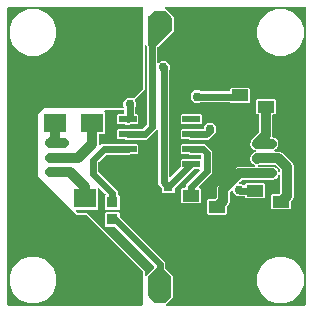
<source format=gtl>
G04 EAGLE Gerber RS-274X export*
G75*
%MOMM*%
%FSLAX34Y34*%
%LPD*%
%INTop Copper*%
%IPPOS*%
%AMOC8*
5,1,8,0,0,1.08239X$1,22.5*%
G01*
%ADD10R,0.800000X0.800000*%
%ADD11R,1.500000X0.550000*%
%ADD12R,1.400000X1.000000*%
%ADD13R,1.900000X1.600000*%
%ADD14P,2.089446X8X22.500000*%
%ADD15R,2.387600X2.997200*%
%ADD16R,0.950000X0.950000*%
%ADD17C,0.754000*%
%ADD18C,0.812800*%
%ADD19C,0.609600*%
%ADD20C,1.270000*%

G36*
X255798Y3814D02*
X255798Y3814D01*
X255817Y3812D01*
X255919Y3834D01*
X256021Y3850D01*
X256038Y3860D01*
X256058Y3864D01*
X256147Y3917D01*
X256238Y3966D01*
X256252Y3980D01*
X256269Y3990D01*
X256336Y4069D01*
X256408Y4144D01*
X256416Y4162D01*
X256429Y4177D01*
X256468Y4273D01*
X256511Y4367D01*
X256513Y4387D01*
X256521Y4405D01*
X256539Y4572D01*
X256539Y255778D01*
X256536Y255798D01*
X256538Y255817D01*
X256516Y255919D01*
X256500Y256021D01*
X256490Y256038D01*
X256486Y256058D01*
X256433Y256147D01*
X256384Y256238D01*
X256370Y256252D01*
X256360Y256269D01*
X256281Y256336D01*
X256206Y256408D01*
X256188Y256416D01*
X256173Y256429D01*
X256077Y256468D01*
X255983Y256511D01*
X255963Y256513D01*
X255945Y256521D01*
X255778Y256539D01*
X137787Y256539D01*
X137716Y256528D01*
X137644Y256526D01*
X137595Y256508D01*
X137544Y256500D01*
X137481Y256466D01*
X137413Y256441D01*
X137373Y256409D01*
X137327Y256384D01*
X137277Y256332D01*
X137221Y256288D01*
X137193Y256244D01*
X137157Y256206D01*
X137127Y256141D01*
X137088Y256081D01*
X137076Y256030D01*
X137054Y255983D01*
X137046Y255912D01*
X137028Y255842D01*
X137032Y255790D01*
X137027Y255739D01*
X137042Y255668D01*
X137047Y255597D01*
X137068Y255549D01*
X137079Y255498D01*
X137116Y255436D01*
X137144Y255371D01*
X137188Y255315D01*
X137205Y255287D01*
X137223Y255272D01*
X137249Y255240D01*
X143802Y248687D01*
X143804Y248670D01*
X143847Y248589D01*
X143883Y248505D01*
X143909Y248473D01*
X143920Y248452D01*
X143943Y248430D01*
X143988Y248374D01*
X144527Y247835D01*
X144527Y236543D01*
X131034Y223050D01*
X130981Y222976D01*
X130921Y222906D01*
X130909Y222876D01*
X130890Y222850D01*
X130863Y222763D01*
X130829Y222678D01*
X130825Y222637D01*
X130818Y222615D01*
X130819Y222583D01*
X130811Y222511D01*
X130811Y209732D01*
X130822Y209662D01*
X130824Y209590D01*
X130842Y209541D01*
X130850Y209490D01*
X130884Y209426D01*
X130909Y209359D01*
X130941Y209318D01*
X130966Y209272D01*
X131018Y209223D01*
X131062Y209167D01*
X131106Y209139D01*
X131144Y209103D01*
X131209Y209073D01*
X131269Y209034D01*
X131320Y209021D01*
X131367Y208999D01*
X131438Y208991D01*
X131508Y208974D01*
X131560Y208978D01*
X131611Y208972D01*
X131682Y208987D01*
X131753Y208993D01*
X131801Y209013D01*
X131852Y209024D01*
X131913Y209061D01*
X131979Y209089D01*
X132035Y209134D01*
X132063Y209151D01*
X132078Y209168D01*
X132110Y209194D01*
X133697Y210781D01*
X138083Y210781D01*
X141185Y207679D01*
X141185Y203293D01*
X140726Y202834D01*
X140673Y202760D01*
X140613Y202690D01*
X140601Y202660D01*
X140582Y202634D01*
X140555Y202547D01*
X140521Y202462D01*
X140517Y202421D01*
X140510Y202399D01*
X140511Y202367D01*
X140503Y202296D01*
X140503Y113113D01*
X140514Y113043D01*
X140516Y112971D01*
X140534Y112922D01*
X140542Y112871D01*
X140576Y112807D01*
X140601Y112740D01*
X140633Y112699D01*
X140658Y112653D01*
X140710Y112604D01*
X140754Y112548D01*
X140798Y112520D01*
X140836Y112484D01*
X140901Y112454D01*
X140961Y112415D01*
X141012Y112402D01*
X141059Y112380D01*
X141130Y112372D01*
X141200Y112355D01*
X141252Y112359D01*
X141303Y112353D01*
X141374Y112368D01*
X141445Y112374D01*
X141493Y112394D01*
X141544Y112405D01*
X141605Y112442D01*
X141671Y112470D01*
X141727Y112515D01*
X141755Y112532D01*
X141770Y112549D01*
X141802Y112575D01*
X150340Y121113D01*
X150393Y121187D01*
X150453Y121257D01*
X150465Y121287D01*
X150484Y121313D01*
X150511Y121400D01*
X150545Y121485D01*
X150549Y121526D01*
X150556Y121548D01*
X150555Y121580D01*
X150563Y121651D01*
X150563Y126826D01*
X151456Y127719D01*
X156631Y127719D01*
X156721Y127733D01*
X156812Y127741D01*
X156841Y127753D01*
X156873Y127758D01*
X156954Y127801D01*
X157038Y127837D01*
X157070Y127863D01*
X157091Y127874D01*
X157113Y127897D01*
X157169Y127942D01*
X157244Y128017D01*
X161482Y128017D01*
X161557Y127942D01*
X161631Y127889D01*
X161701Y127829D01*
X161731Y127817D01*
X161757Y127798D01*
X161844Y127771D01*
X161929Y127737D01*
X161970Y127733D01*
X161992Y127726D01*
X162024Y127727D01*
X162095Y127719D01*
X167132Y127719D01*
X167152Y127722D01*
X167171Y127720D01*
X167273Y127742D01*
X167375Y127758D01*
X167392Y127768D01*
X167412Y127772D01*
X167501Y127825D01*
X167592Y127874D01*
X167606Y127888D01*
X167623Y127898D01*
X167690Y127977D01*
X167762Y128052D01*
X167770Y128070D01*
X167783Y128085D01*
X167822Y128181D01*
X167865Y128275D01*
X167867Y128295D01*
X167875Y128313D01*
X167893Y128480D01*
X167893Y130810D01*
X167890Y130830D01*
X167892Y130849D01*
X167870Y130951D01*
X167854Y131053D01*
X167844Y131070D01*
X167840Y131090D01*
X167787Y131179D01*
X167738Y131270D01*
X167724Y131284D01*
X167714Y131301D01*
X167635Y131368D01*
X167560Y131440D01*
X167542Y131448D01*
X167527Y131461D01*
X167431Y131500D01*
X167337Y131543D01*
X167317Y131545D01*
X167299Y131553D01*
X167132Y131571D01*
X157694Y131571D01*
X157619Y131646D01*
X157545Y131699D01*
X157475Y131759D01*
X157445Y131771D01*
X157419Y131790D01*
X157332Y131817D01*
X157247Y131851D01*
X157206Y131855D01*
X157184Y131862D01*
X157152Y131861D01*
X157081Y131869D01*
X151456Y131869D01*
X150563Y132762D01*
X150563Y139526D01*
X151456Y140419D01*
X157081Y140419D01*
X157171Y140433D01*
X157262Y140441D01*
X157291Y140453D01*
X157323Y140458D01*
X157404Y140501D01*
X157488Y140537D01*
X157520Y140563D01*
X157541Y140574D01*
X157563Y140597D01*
X157619Y140642D01*
X157694Y140717D01*
X171312Y140717D01*
X177039Y134990D01*
X177039Y115708D01*
X166031Y104700D01*
X165989Y104642D01*
X165940Y104590D01*
X165918Y104543D01*
X165888Y104501D01*
X165866Y104432D01*
X165836Y104367D01*
X165831Y104315D01*
X165815Y104265D01*
X165817Y104194D01*
X165809Y104123D01*
X165820Y104072D01*
X165822Y104020D01*
X165846Y103952D01*
X165861Y103882D01*
X165888Y103837D01*
X165906Y103789D01*
X165951Y103733D01*
X165988Y103671D01*
X166027Y103637D01*
X166060Y103597D01*
X166120Y103558D01*
X166174Y103511D01*
X166223Y103492D01*
X166267Y103464D01*
X166336Y103446D01*
X166403Y103419D01*
X166474Y103411D01*
X166505Y103403D01*
X166528Y103405D01*
X166569Y103401D01*
X166812Y103401D01*
X167705Y102508D01*
X167705Y91244D01*
X166812Y90351D01*
X151548Y90351D01*
X150655Y91244D01*
X150655Y102508D01*
X151548Y103401D01*
X153846Y103401D01*
X153866Y103404D01*
X153885Y103402D01*
X153987Y103424D01*
X154089Y103440D01*
X154106Y103450D01*
X154126Y103454D01*
X154215Y103507D01*
X154306Y103556D01*
X154320Y103570D01*
X154337Y103580D01*
X154404Y103659D01*
X154476Y103734D01*
X154484Y103752D01*
X154497Y103767D01*
X154536Y103863D01*
X154579Y103957D01*
X154581Y103977D01*
X154589Y103995D01*
X154607Y104162D01*
X154607Y106210D01*
X166267Y117870D01*
X166309Y117928D01*
X166358Y117980D01*
X166380Y118027D01*
X166410Y118069D01*
X166432Y118138D01*
X166462Y118203D01*
X166467Y118255D01*
X166483Y118305D01*
X166481Y118376D01*
X166489Y118447D01*
X166478Y118498D01*
X166476Y118550D01*
X166452Y118618D01*
X166437Y118688D01*
X166410Y118733D01*
X166392Y118781D01*
X166347Y118837D01*
X166310Y118899D01*
X166271Y118933D01*
X166238Y118973D01*
X166178Y119012D01*
X166124Y119059D01*
X166075Y119078D01*
X166031Y119106D01*
X165962Y119124D01*
X165895Y119151D01*
X165824Y119159D01*
X165793Y119167D01*
X165770Y119165D01*
X165729Y119169D01*
X162095Y119169D01*
X162005Y119155D01*
X161914Y119147D01*
X161885Y119135D01*
X161853Y119130D01*
X161772Y119087D01*
X161688Y119051D01*
X161656Y119025D01*
X161635Y119014D01*
X161613Y118991D01*
X161557Y118946D01*
X161482Y118871D01*
X161347Y118871D01*
X161257Y118857D01*
X161166Y118849D01*
X161137Y118837D01*
X161105Y118832D01*
X161024Y118789D01*
X160940Y118753D01*
X160908Y118727D01*
X160887Y118716D01*
X160865Y118693D01*
X160809Y118648D01*
X145836Y103675D01*
X145783Y103601D01*
X145723Y103531D01*
X145711Y103501D01*
X145692Y103475D01*
X145665Y103388D01*
X145631Y103303D01*
X145627Y103262D01*
X145620Y103240D01*
X145621Y103208D01*
X145613Y103137D01*
X145613Y99762D01*
X144720Y98869D01*
X135456Y98869D01*
X134563Y99762D01*
X134563Y103137D01*
X134549Y103227D01*
X134541Y103318D01*
X134529Y103347D01*
X134524Y103379D01*
X134481Y103460D01*
X134445Y103544D01*
X134419Y103576D01*
X134408Y103597D01*
X134385Y103619D01*
X134340Y103675D01*
X131357Y106658D01*
X131357Y152009D01*
X131346Y152079D01*
X131344Y152151D01*
X131326Y152200D01*
X131318Y152251D01*
X131284Y152315D01*
X131259Y152382D01*
X131227Y152423D01*
X131202Y152469D01*
X131150Y152518D01*
X131106Y152574D01*
X131062Y152602D01*
X131024Y152638D01*
X130959Y152668D01*
X130899Y152707D01*
X130848Y152720D01*
X130801Y152742D01*
X130730Y152750D01*
X130660Y152767D01*
X130608Y152763D01*
X130557Y152769D01*
X130486Y152754D01*
X130415Y152748D01*
X130367Y152728D01*
X130316Y152717D01*
X130255Y152680D01*
X130189Y152652D01*
X130133Y152607D01*
X130105Y152590D01*
X130090Y152573D01*
X130058Y152547D01*
X127909Y150398D01*
X124684Y147173D01*
X121782Y144271D01*
X103694Y144271D01*
X103619Y144346D01*
X103545Y144399D01*
X103475Y144459D01*
X103445Y144471D01*
X103419Y144490D01*
X103332Y144517D01*
X103247Y144551D01*
X103206Y144555D01*
X103184Y144562D01*
X103152Y144561D01*
X103081Y144569D01*
X97456Y144569D01*
X96563Y145462D01*
X96563Y152226D01*
X97456Y153119D01*
X103081Y153119D01*
X103171Y153133D01*
X103262Y153141D01*
X103291Y153153D01*
X103323Y153158D01*
X103404Y153201D01*
X103488Y153237D01*
X103520Y153263D01*
X103541Y153274D01*
X103563Y153297D01*
X103619Y153342D01*
X103694Y153417D01*
X117679Y153417D01*
X117769Y153431D01*
X117860Y153439D01*
X117889Y153451D01*
X117921Y153456D01*
X118002Y153499D01*
X118086Y153535D01*
X118118Y153561D01*
X118139Y153572D01*
X118161Y153595D01*
X118217Y153640D01*
X121442Y156865D01*
X121495Y156939D01*
X121555Y157009D01*
X121567Y157039D01*
X121586Y157065D01*
X121613Y157152D01*
X121647Y157237D01*
X121651Y157278D01*
X121658Y157300D01*
X121657Y157332D01*
X121665Y157403D01*
X121665Y223019D01*
X121651Y223109D01*
X121643Y223200D01*
X121631Y223230D01*
X121626Y223262D01*
X121583Y223343D01*
X121547Y223427D01*
X121521Y223459D01*
X121510Y223480D01*
X121487Y223502D01*
X121442Y223558D01*
X121188Y223812D01*
X121130Y223854D01*
X121078Y223903D01*
X121031Y223925D01*
X120989Y223955D01*
X120920Y223976D01*
X120855Y224007D01*
X120803Y224012D01*
X120753Y224028D01*
X120682Y224026D01*
X120611Y224034D01*
X120560Y224023D01*
X120508Y224021D01*
X120440Y223997D01*
X120370Y223982D01*
X120325Y223955D01*
X120277Y223937D01*
X120221Y223892D01*
X120159Y223855D01*
X120125Y223816D01*
X120085Y223783D01*
X120046Y223723D01*
X119999Y223668D01*
X119980Y223620D01*
X119952Y223576D01*
X119934Y223507D01*
X119907Y223440D01*
X119899Y223369D01*
X119891Y223338D01*
X119893Y223314D01*
X119889Y223274D01*
X119889Y186505D01*
X111690Y178306D01*
X111679Y178290D01*
X111663Y178278D01*
X111607Y178191D01*
X111547Y178107D01*
X111541Y178087D01*
X111530Y178071D01*
X111505Y177970D01*
X111474Y177871D01*
X111475Y177852D01*
X111470Y177832D01*
X111478Y177729D01*
X111481Y177626D01*
X111488Y177607D01*
X111489Y177587D01*
X111529Y177492D01*
X111565Y177395D01*
X111578Y177379D01*
X111585Y177361D01*
X111690Y177230D01*
X112483Y176437D01*
X112483Y172051D01*
X111984Y171552D01*
X111931Y171478D01*
X111871Y171408D01*
X111859Y171378D01*
X111840Y171352D01*
X111813Y171265D01*
X111779Y171180D01*
X111775Y171139D01*
X111768Y171117D01*
X111769Y171085D01*
X111761Y171014D01*
X111761Y166580D01*
X111764Y166560D01*
X111762Y166541D01*
X111784Y166439D01*
X111800Y166337D01*
X111810Y166320D01*
X111814Y166300D01*
X111867Y166211D01*
X111916Y166120D01*
X111930Y166106D01*
X111940Y166089D01*
X112019Y166022D01*
X112094Y165950D01*
X112112Y165942D01*
X112127Y165929D01*
X112223Y165890D01*
X112317Y165847D01*
X112337Y165845D01*
X112355Y165837D01*
X112522Y165819D01*
X113720Y165819D01*
X114613Y164926D01*
X114613Y158162D01*
X113720Y157269D01*
X108095Y157269D01*
X108005Y157255D01*
X107914Y157247D01*
X107885Y157235D01*
X107853Y157230D01*
X107772Y157187D01*
X107688Y157151D01*
X107656Y157125D01*
X107635Y157114D01*
X107613Y157091D01*
X107557Y157046D01*
X107482Y156971D01*
X103694Y156971D01*
X103619Y157046D01*
X103545Y157099D01*
X103475Y157159D01*
X103445Y157171D01*
X103419Y157190D01*
X103332Y157217D01*
X103247Y157251D01*
X103206Y157255D01*
X103184Y157262D01*
X103152Y157261D01*
X103081Y157269D01*
X97456Y157269D01*
X96563Y158162D01*
X96563Y164926D01*
X97456Y165819D01*
X101854Y165819D01*
X101874Y165822D01*
X101893Y165820D01*
X101995Y165842D01*
X102097Y165858D01*
X102114Y165868D01*
X102134Y165872D01*
X102223Y165925D01*
X102314Y165974D01*
X102328Y165988D01*
X102345Y165998D01*
X102412Y166077D01*
X102484Y166152D01*
X102492Y166170D01*
X102505Y166185D01*
X102544Y166281D01*
X102587Y166375D01*
X102589Y166395D01*
X102597Y166413D01*
X102615Y166580D01*
X102615Y168402D01*
X102612Y168422D01*
X102614Y168441D01*
X102592Y168543D01*
X102576Y168645D01*
X102566Y168662D01*
X102562Y168682D01*
X102509Y168771D01*
X102460Y168862D01*
X102446Y168876D01*
X102436Y168893D01*
X102357Y168960D01*
X102282Y169032D01*
X102264Y169040D01*
X102249Y169053D01*
X102153Y169092D01*
X102059Y169135D01*
X102039Y169137D01*
X102021Y169145D01*
X101854Y169163D01*
X86513Y169163D01*
X86442Y169152D01*
X86370Y169150D01*
X86321Y169132D01*
X86270Y169124D01*
X86207Y169090D01*
X86139Y169065D01*
X86099Y169033D01*
X86053Y169008D01*
X86003Y168956D01*
X85947Y168912D01*
X85919Y168868D01*
X85883Y168830D01*
X85853Y168765D01*
X85814Y168705D01*
X85802Y168654D01*
X85780Y168607D01*
X85772Y168536D01*
X85754Y168466D01*
X85758Y168414D01*
X85753Y168363D01*
X85768Y168292D01*
X85773Y168221D01*
X85794Y168173D01*
X85805Y168122D01*
X85842Y168061D01*
X85870Y167995D01*
X85915Y167939D01*
X85931Y167911D01*
X85949Y167896D01*
X85975Y167864D01*
X86463Y167376D01*
X86463Y150112D01*
X85570Y149219D01*
X81788Y149219D01*
X81768Y149216D01*
X81749Y149218D01*
X81647Y149196D01*
X81545Y149180D01*
X81528Y149170D01*
X81508Y149166D01*
X81419Y149113D01*
X81328Y149064D01*
X81314Y149050D01*
X81297Y149040D01*
X81230Y148961D01*
X81158Y148886D01*
X81150Y148868D01*
X81137Y148853D01*
X81098Y148757D01*
X81055Y148663D01*
X81053Y148643D01*
X81045Y148625D01*
X81027Y148458D01*
X81027Y140131D01*
X81038Y140061D01*
X81040Y139989D01*
X81058Y139940D01*
X81066Y139889D01*
X81100Y139825D01*
X81125Y139758D01*
X81157Y139717D01*
X81182Y139671D01*
X81234Y139622D01*
X81278Y139566D01*
X81322Y139538D01*
X81360Y139502D01*
X81425Y139472D01*
X81485Y139433D01*
X81536Y139420D01*
X81583Y139398D01*
X81654Y139390D01*
X81724Y139373D01*
X81776Y139377D01*
X81827Y139371D01*
X81898Y139386D01*
X81969Y139392D01*
X82017Y139412D01*
X82068Y139423D01*
X82129Y139460D01*
X82195Y139488D01*
X82251Y139533D01*
X82279Y139550D01*
X82294Y139567D01*
X82326Y139593D01*
X83450Y140717D01*
X107482Y140717D01*
X107557Y140642D01*
X107631Y140589D01*
X107701Y140529D01*
X107731Y140517D01*
X107757Y140498D01*
X107844Y140471D01*
X107929Y140437D01*
X107970Y140433D01*
X107992Y140426D01*
X108024Y140427D01*
X108095Y140419D01*
X113720Y140419D01*
X114613Y139526D01*
X114613Y132762D01*
X113720Y131869D01*
X108095Y131869D01*
X108005Y131855D01*
X107914Y131847D01*
X107885Y131835D01*
X107853Y131830D01*
X107772Y131787D01*
X107688Y131751D01*
X107656Y131725D01*
X107635Y131714D01*
X107613Y131691D01*
X107557Y131646D01*
X107482Y131571D01*
X87553Y131571D01*
X87463Y131557D01*
X87372Y131549D01*
X87343Y131537D01*
X87311Y131532D01*
X87230Y131489D01*
X87146Y131453D01*
X87114Y131427D01*
X87093Y131416D01*
X87071Y131393D01*
X87015Y131348D01*
X80996Y125329D01*
X80943Y125255D01*
X80883Y125185D01*
X80871Y125155D01*
X80852Y125129D01*
X80825Y125042D01*
X80791Y124957D01*
X80787Y124916D01*
X80780Y124894D01*
X80781Y124862D01*
X80773Y124791D01*
X80773Y117409D01*
X80787Y117319D01*
X80795Y117228D01*
X80807Y117199D01*
X80812Y117167D01*
X80855Y117086D01*
X80891Y117002D01*
X80917Y116970D01*
X80928Y116949D01*
X80951Y116927D01*
X80996Y116871D01*
X97029Y100838D01*
X97029Y98360D01*
X97032Y98340D01*
X97030Y98321D01*
X97052Y98219D01*
X97068Y98117D01*
X97078Y98100D01*
X97082Y98080D01*
X97135Y97991D01*
X97184Y97900D01*
X97198Y97886D01*
X97208Y97869D01*
X97287Y97802D01*
X97362Y97730D01*
X97380Y97722D01*
X97395Y97709D01*
X97491Y97670D01*
X97585Y97627D01*
X97605Y97625D01*
X97623Y97617D01*
X97790Y97599D01*
X97838Y97599D01*
X98731Y96706D01*
X98731Y85942D01*
X97838Y85049D01*
X87074Y85049D01*
X86181Y85942D01*
X86181Y96706D01*
X86666Y97190D01*
X86678Y97207D01*
X86693Y97219D01*
X86749Y97306D01*
X86810Y97390D01*
X86816Y97409D01*
X86826Y97426D01*
X86852Y97526D01*
X86882Y97625D01*
X86882Y97645D01*
X86886Y97665D01*
X86878Y97767D01*
X86876Y97871D01*
X86869Y97890D01*
X86867Y97910D01*
X86827Y98005D01*
X86791Y98102D01*
X86779Y98118D01*
X86771Y98136D01*
X86666Y98267D01*
X81412Y103521D01*
X81354Y103563D01*
X81302Y103612D01*
X81255Y103634D01*
X81213Y103664D01*
X81144Y103686D01*
X81079Y103716D01*
X81027Y103722D01*
X80977Y103737D01*
X80906Y103735D01*
X80835Y103743D01*
X80784Y103732D01*
X80732Y103730D01*
X80664Y103706D01*
X80594Y103691D01*
X80550Y103664D01*
X80501Y103646D01*
X80445Y103601D01*
X80383Y103564D01*
X80349Y103525D01*
X80309Y103492D01*
X80270Y103432D01*
X80223Y103378D01*
X80204Y103329D01*
X80176Y103285D01*
X80158Y103216D01*
X80131Y103149D01*
X80123Y103078D01*
X80115Y103047D01*
X80117Y103024D01*
X80113Y102983D01*
X80113Y85862D01*
X79220Y84969D01*
X62342Y84969D01*
X62272Y84958D01*
X62200Y84956D01*
X62151Y84938D01*
X62100Y84930D01*
X62036Y84896D01*
X61969Y84871D01*
X61928Y84839D01*
X61882Y84814D01*
X61833Y84763D01*
X61777Y84718D01*
X61749Y84674D01*
X61713Y84636D01*
X61683Y84571D01*
X61644Y84511D01*
X61631Y84460D01*
X61609Y84413D01*
X61601Y84342D01*
X61584Y84272D01*
X61588Y84220D01*
X61582Y84169D01*
X61597Y84098D01*
X61603Y84027D01*
X61623Y83979D01*
X61634Y83928D01*
X61671Y83867D01*
X61699Y83801D01*
X61744Y83745D01*
X61761Y83717D01*
X61778Y83702D01*
X61804Y83670D01*
X63462Y82012D01*
X63536Y81959D01*
X63606Y81899D01*
X63636Y81887D01*
X63662Y81868D01*
X63749Y81841D01*
X63834Y81807D01*
X63875Y81803D01*
X63897Y81796D01*
X63929Y81797D01*
X64000Y81789D01*
X71559Y81789D01*
X119889Y33459D01*
X119889Y29710D01*
X119900Y29640D01*
X119902Y29568D01*
X119920Y29519D01*
X119928Y29468D01*
X119962Y29404D01*
X119987Y29337D01*
X120019Y29296D01*
X120044Y29250D01*
X120096Y29201D01*
X120140Y29145D01*
X120184Y29117D01*
X120222Y29081D01*
X120287Y29051D01*
X120347Y29012D01*
X120398Y28999D01*
X120445Y28977D01*
X120516Y28969D01*
X120586Y28952D01*
X120638Y28956D01*
X120689Y28950D01*
X120760Y28965D01*
X120831Y28971D01*
X120879Y28991D01*
X120930Y29002D01*
X120991Y29039D01*
X121057Y29067D01*
X121113Y29112D01*
X121141Y29129D01*
X121156Y29146D01*
X121188Y29172D01*
X122720Y30704D01*
X127792Y35776D01*
X127845Y35850D01*
X127905Y35920D01*
X127917Y35950D01*
X127936Y35976D01*
X127963Y36063D01*
X127997Y36148D01*
X128001Y36189D01*
X128008Y36211D01*
X128007Y36243D01*
X128015Y36315D01*
X128015Y36653D01*
X128001Y36743D01*
X127993Y36834D01*
X127981Y36863D01*
X127976Y36895D01*
X127933Y36976D01*
X127897Y37060D01*
X127871Y37092D01*
X127860Y37113D01*
X127837Y37135D01*
X127792Y37191D01*
X94657Y70326D01*
X94583Y70379D01*
X94513Y70439D01*
X94483Y70451D01*
X94457Y70470D01*
X94370Y70497D01*
X94285Y70531D01*
X94244Y70535D01*
X94222Y70542D01*
X94190Y70541D01*
X94119Y70549D01*
X87074Y70549D01*
X86181Y71442D01*
X86181Y82206D01*
X87074Y83099D01*
X97838Y83099D01*
X98731Y82206D01*
X98731Y79501D01*
X98745Y79411D01*
X98753Y79320D01*
X98765Y79291D01*
X98770Y79259D01*
X98813Y79178D01*
X98849Y79094D01*
X98875Y79062D01*
X98886Y79041D01*
X98909Y79019D01*
X98954Y78963D01*
X137161Y40756D01*
X137161Y36315D01*
X137175Y36224D01*
X137183Y36134D01*
X137195Y36104D01*
X137200Y36072D01*
X137243Y35991D01*
X137279Y35907D01*
X137305Y35875D01*
X137316Y35854D01*
X137339Y35832D01*
X137384Y35776D01*
X144019Y29141D01*
X144019Y11753D01*
X143988Y11722D01*
X143935Y11648D01*
X143875Y11578D01*
X143863Y11548D01*
X143844Y11522D01*
X143817Y11435D01*
X143783Y11350D01*
X143779Y11309D01*
X143772Y11287D01*
X143773Y11255D01*
X143765Y11183D01*
X143765Y10864D01*
X138011Y5110D01*
X137969Y5052D01*
X137919Y5000D01*
X137897Y4953D01*
X137867Y4911D01*
X137846Y4842D01*
X137816Y4777D01*
X137810Y4725D01*
X137795Y4675D01*
X137796Y4604D01*
X137789Y4533D01*
X137800Y4482D01*
X137801Y4430D01*
X137826Y4362D01*
X137841Y4292D01*
X137868Y4247D01*
X137885Y4199D01*
X137930Y4143D01*
X137967Y4081D01*
X138007Y4047D01*
X138039Y4007D01*
X138099Y3968D01*
X138154Y3921D01*
X138202Y3902D01*
X138246Y3874D01*
X138316Y3856D01*
X138382Y3829D01*
X138453Y3821D01*
X138485Y3813D01*
X138508Y3815D01*
X138549Y3811D01*
X255778Y3811D01*
X255798Y3814D01*
G37*
G36*
X117622Y3814D02*
X117622Y3814D01*
X117641Y3812D01*
X117743Y3834D01*
X117845Y3850D01*
X117862Y3860D01*
X117882Y3864D01*
X117971Y3917D01*
X118062Y3966D01*
X118076Y3980D01*
X118093Y3990D01*
X118160Y4069D01*
X118232Y4144D01*
X118240Y4162D01*
X118253Y4177D01*
X118292Y4273D01*
X118335Y4367D01*
X118337Y4387D01*
X118345Y4405D01*
X118363Y4572D01*
X118363Y32512D01*
X118349Y32602D01*
X118341Y32693D01*
X118329Y32723D01*
X118324Y32755D01*
X118281Y32835D01*
X118245Y32919D01*
X118219Y32951D01*
X118208Y32972D01*
X118185Y32994D01*
X118140Y33050D01*
X71150Y80040D01*
X71076Y80093D01*
X71007Y80153D01*
X70977Y80165D01*
X70951Y80184D01*
X70864Y80211D01*
X70779Y80245D01*
X70738Y80249D01*
X70715Y80256D01*
X70683Y80255D01*
X70612Y80263D01*
X63053Y80263D01*
X29463Y113853D01*
X29463Y168087D01*
X32065Y170689D01*
X101418Y170689D01*
X101488Y170700D01*
X101560Y170702D01*
X101609Y170720D01*
X101660Y170729D01*
X101724Y170762D01*
X101791Y170787D01*
X101832Y170819D01*
X101878Y170844D01*
X101927Y170896D01*
X101983Y170940D01*
X102011Y170984D01*
X102047Y171022D01*
X102077Y171087D01*
X102116Y171147D01*
X102129Y171198D01*
X102151Y171245D01*
X102159Y171316D01*
X102176Y171386D01*
X102172Y171438D01*
X102178Y171489D01*
X102163Y171560D01*
X102157Y171631D01*
X102137Y171679D01*
X102126Y171730D01*
X102089Y171791D01*
X102061Y171857D01*
X102016Y171913D01*
X101999Y171941D01*
X101982Y171956D01*
X101956Y171988D01*
X101893Y172051D01*
X101893Y176437D01*
X104995Y179539D01*
X109381Y179539D01*
X109535Y179385D01*
X109551Y179373D01*
X109564Y179358D01*
X109651Y179302D01*
X109735Y179241D01*
X109754Y179236D01*
X109770Y179225D01*
X109871Y179199D01*
X109970Y179169D01*
X109990Y179170D01*
X110009Y179165D01*
X110112Y179173D01*
X110216Y179175D01*
X110234Y179182D01*
X110254Y179184D01*
X110349Y179224D01*
X110447Y179260D01*
X110462Y179272D01*
X110481Y179280D01*
X110612Y179385D01*
X118140Y186914D01*
X118193Y186988D01*
X118253Y187057D01*
X118265Y187087D01*
X118284Y187113D01*
X118311Y187200D01*
X118345Y187285D01*
X118349Y187326D01*
X118356Y187349D01*
X118355Y187381D01*
X118363Y187452D01*
X118363Y255778D01*
X118360Y255798D01*
X118362Y255817D01*
X118340Y255919D01*
X118324Y256021D01*
X118314Y256038D01*
X118310Y256058D01*
X118257Y256147D01*
X118208Y256238D01*
X118194Y256252D01*
X118184Y256269D01*
X118105Y256336D01*
X118030Y256408D01*
X118012Y256416D01*
X117997Y256429D01*
X117901Y256468D01*
X117807Y256511D01*
X117787Y256513D01*
X117769Y256521D01*
X117602Y256539D01*
X4572Y256539D01*
X4552Y256536D01*
X4533Y256538D01*
X4431Y256516D01*
X4329Y256500D01*
X4312Y256490D01*
X4292Y256486D01*
X4203Y256433D01*
X4112Y256384D01*
X4098Y256370D01*
X4081Y256360D01*
X4014Y256281D01*
X3942Y256206D01*
X3934Y256188D01*
X3921Y256173D01*
X3882Y256077D01*
X3839Y255983D01*
X3837Y255963D01*
X3829Y255945D01*
X3811Y255778D01*
X3811Y4572D01*
X3814Y4552D01*
X3812Y4533D01*
X3834Y4431D01*
X3850Y4329D01*
X3860Y4312D01*
X3864Y4292D01*
X3917Y4203D01*
X3966Y4112D01*
X3980Y4098D01*
X3990Y4081D01*
X4069Y4014D01*
X4144Y3942D01*
X4162Y3934D01*
X4177Y3921D01*
X4273Y3882D01*
X4367Y3839D01*
X4387Y3837D01*
X4405Y3829D01*
X4572Y3811D01*
X117602Y3811D01*
X117622Y3814D01*
G37*
%LPC*%
G36*
X173548Y80851D02*
X173548Y80851D01*
X172655Y81744D01*
X172655Y93008D01*
X173548Y93901D01*
X179486Y93901D01*
X179576Y93915D01*
X179667Y93923D01*
X179697Y93935D01*
X179729Y93940D01*
X179809Y93983D01*
X179893Y94019D01*
X179925Y94045D01*
X179946Y94056D01*
X179968Y94079D01*
X180024Y94124D01*
X180624Y94724D01*
X180677Y94798D01*
X180737Y94867D01*
X180749Y94898D01*
X180768Y94924D01*
X180795Y95011D01*
X180829Y95096D01*
X180833Y95136D01*
X180840Y95159D01*
X180839Y95191D01*
X180847Y95262D01*
X180847Y103220D01*
X181698Y105274D01*
X195307Y118883D01*
X196986Y120562D01*
X199040Y121413D01*
X213008Y121413D01*
X213104Y121428D01*
X213201Y121438D01*
X213225Y121448D01*
X213251Y121452D01*
X213337Y121498D01*
X213426Y121538D01*
X213445Y121555D01*
X213468Y121568D01*
X213535Y121638D01*
X213607Y121704D01*
X213619Y121727D01*
X213637Y121746D01*
X213678Y121834D01*
X213725Y121920D01*
X213730Y121945D01*
X213741Y121969D01*
X213752Y122066D01*
X213769Y122162D01*
X213765Y122188D01*
X213768Y122213D01*
X213747Y122309D01*
X213733Y122405D01*
X213721Y122428D01*
X213716Y122454D01*
X213666Y122537D01*
X213622Y122624D01*
X213603Y122643D01*
X213590Y122665D01*
X213516Y122728D01*
X213446Y122796D01*
X213418Y122812D01*
X213403Y122825D01*
X213372Y122837D01*
X213299Y122877D01*
X211718Y123532D01*
X210146Y125104D01*
X209295Y127158D01*
X209295Y129382D01*
X209785Y130565D01*
X209800Y130629D01*
X209825Y130689D01*
X209828Y130718D01*
X209829Y130719D01*
X209869Y130792D01*
X209889Y130819D01*
X209894Y130837D01*
X209910Y130866D01*
X210146Y131436D01*
X211972Y133262D01*
X212542Y133498D01*
X212598Y133533D01*
X212658Y133558D01*
X212723Y133610D01*
X212751Y133628D01*
X212764Y133643D01*
X212789Y133663D01*
X212945Y133819D01*
X213165Y133819D01*
X213230Y133829D01*
X213295Y133830D01*
X213375Y133853D01*
X213408Y133858D01*
X213425Y133868D01*
X213456Y133877D01*
X213553Y133917D01*
X213614Y133954D01*
X213680Y133984D01*
X213718Y134019D01*
X213762Y134046D01*
X213808Y134101D01*
X213861Y134150D01*
X213886Y134196D01*
X213919Y134236D01*
X213945Y134303D01*
X213979Y134366D01*
X213988Y134417D01*
X214007Y134465D01*
X214010Y134537D01*
X214023Y134608D01*
X214015Y134659D01*
X214018Y134711D01*
X213998Y134780D01*
X213987Y134851D01*
X213964Y134897D01*
X213949Y134947D01*
X213908Y135006D01*
X213876Y135070D01*
X213839Y135107D01*
X213809Y135149D01*
X213751Y135192D01*
X213700Y135242D01*
X213637Y135277D01*
X213612Y135296D01*
X213589Y135303D01*
X213553Y135323D01*
X213456Y135363D01*
X213393Y135378D01*
X213332Y135403D01*
X213249Y135412D01*
X213217Y135419D01*
X213198Y135418D01*
X213165Y135421D01*
X212945Y135421D01*
X212789Y135577D01*
X212736Y135615D01*
X212689Y135661D01*
X212616Y135701D01*
X212589Y135721D01*
X212571Y135726D01*
X212542Y135742D01*
X211972Y135978D01*
X210400Y137550D01*
X210164Y138120D01*
X210129Y138176D01*
X210104Y138236D01*
X210052Y138301D01*
X210034Y138329D01*
X210019Y138342D01*
X209999Y138367D01*
X209843Y138523D01*
X209843Y138743D01*
X209833Y138808D01*
X209832Y138873D01*
X209809Y138953D01*
X209804Y138986D01*
X209794Y139003D01*
X209785Y139034D01*
X209549Y139604D01*
X209549Y141828D01*
X209785Y142398D01*
X209800Y142461D01*
X209825Y142522D01*
X209834Y142605D01*
X209841Y142637D01*
X209840Y142656D01*
X209843Y142689D01*
X209843Y142909D01*
X209999Y143065D01*
X210037Y143118D01*
X210083Y143165D01*
X210123Y143238D01*
X210143Y143265D01*
X210148Y143283D01*
X210164Y143312D01*
X210400Y143882D01*
X216770Y150252D01*
X216823Y150326D01*
X216883Y150395D01*
X216895Y150426D01*
X216914Y150452D01*
X216941Y150539D01*
X216975Y150624D01*
X216979Y150664D01*
X216986Y150687D01*
X216985Y150719D01*
X216993Y150790D01*
X216993Y164926D01*
X216990Y164946D01*
X216992Y164965D01*
X216970Y165067D01*
X216954Y165169D01*
X216944Y165186D01*
X216940Y165206D01*
X216887Y165295D01*
X216838Y165386D01*
X216824Y165400D01*
X216814Y165417D01*
X216735Y165484D01*
X216660Y165556D01*
X216642Y165564D01*
X216627Y165577D01*
X216531Y165616D01*
X216437Y165659D01*
X216417Y165661D01*
X216399Y165669D01*
X216232Y165687D01*
X214950Y165687D01*
X214057Y166580D01*
X214057Y177844D01*
X214950Y178737D01*
X230214Y178737D01*
X231107Y177844D01*
X231107Y166580D01*
X230214Y165687D01*
X228932Y165687D01*
X228912Y165684D01*
X228893Y165686D01*
X228791Y165664D01*
X228689Y165648D01*
X228672Y165638D01*
X228652Y165634D01*
X228563Y165581D01*
X228472Y165532D01*
X228458Y165518D01*
X228441Y165508D01*
X228374Y165429D01*
X228302Y165354D01*
X228294Y165336D01*
X228281Y165321D01*
X228242Y165225D01*
X228199Y165131D01*
X228197Y165111D01*
X228189Y165093D01*
X228171Y164926D01*
X228171Y147031D01*
X228190Y146916D01*
X228207Y146800D01*
X228209Y146794D01*
X228210Y146788D01*
X228265Y146685D01*
X228318Y146581D01*
X228323Y146576D01*
X228326Y146571D01*
X228410Y146491D01*
X228494Y146408D01*
X228500Y146405D01*
X228504Y146401D01*
X228521Y146394D01*
X228641Y146328D01*
X229266Y146069D01*
X229329Y146054D01*
X229390Y146029D01*
X229473Y146020D01*
X229505Y146013D01*
X229524Y146014D01*
X229557Y146011D01*
X230031Y146011D01*
X230366Y145675D01*
X230420Y145637D01*
X230467Y145591D01*
X230539Y145551D01*
X230566Y145532D01*
X230585Y145526D01*
X230614Y145510D01*
X230750Y145454D01*
X232322Y143882D01*
X232378Y143746D01*
X232413Y143690D01*
X232439Y143629D01*
X232490Y143565D01*
X232508Y143536D01*
X232523Y143524D01*
X232543Y143499D01*
X233133Y142909D01*
X233133Y142076D01*
X233143Y142011D01*
X233144Y141945D01*
X233167Y141866D01*
X233172Y141833D01*
X233173Y141832D01*
X233173Y139576D01*
X233151Y139523D01*
X233142Y139440D01*
X233135Y139408D01*
X233136Y139389D01*
X233133Y139356D01*
X233133Y138523D01*
X232543Y137933D01*
X232505Y137880D01*
X232459Y137833D01*
X232419Y137761D01*
X232400Y137734D01*
X232394Y137715D01*
X232378Y137686D01*
X232322Y137550D01*
X230750Y135978D01*
X230614Y135922D01*
X230558Y135887D01*
X230497Y135861D01*
X230433Y135810D01*
X230404Y135792D01*
X230392Y135777D01*
X230367Y135757D01*
X230022Y135412D01*
X229980Y135354D01*
X229931Y135302D01*
X229909Y135255D01*
X229879Y135213D01*
X229858Y135144D01*
X229827Y135079D01*
X229822Y135027D01*
X229806Y134977D01*
X229808Y134906D01*
X229800Y134835D01*
X229811Y134784D01*
X229813Y134732D01*
X229837Y134664D01*
X229852Y134594D01*
X229879Y134550D01*
X229897Y134501D01*
X229942Y134445D01*
X229979Y134383D01*
X230018Y134349D01*
X230051Y134309D01*
X230111Y134270D01*
X230166Y134223D01*
X230214Y134204D01*
X230258Y134176D01*
X230327Y134158D01*
X230394Y134131D01*
X230465Y134123D01*
X230496Y134115D01*
X230519Y134117D01*
X230560Y134113D01*
X234284Y134113D01*
X236338Y133262D01*
X245276Y124324D01*
X246127Y122270D01*
X246127Y95838D01*
X245276Y93784D01*
X244030Y92538D01*
X243977Y92464D01*
X243917Y92395D01*
X243905Y92365D01*
X243886Y92338D01*
X243859Y92251D01*
X243825Y92166D01*
X243821Y92126D01*
X243814Y92103D01*
X243815Y92071D01*
X243807Y92000D01*
X243807Y86062D01*
X242914Y85169D01*
X227650Y85169D01*
X226757Y86062D01*
X226757Y97326D01*
X227650Y98219D01*
X233588Y98219D01*
X233678Y98233D01*
X233769Y98241D01*
X233799Y98253D01*
X233831Y98258D01*
X233911Y98301D01*
X233995Y98337D01*
X234027Y98363D01*
X234048Y98374D01*
X234070Y98397D01*
X234126Y98442D01*
X234726Y99042D01*
X234780Y99116D01*
X234839Y99185D01*
X234851Y99215D01*
X234870Y99242D01*
X234897Y99329D01*
X234931Y99414D01*
X234935Y99455D01*
X234942Y99477D01*
X234941Y99509D01*
X234949Y99580D01*
X234949Y118528D01*
X234935Y118618D01*
X234927Y118709D01*
X234915Y118739D01*
X234910Y118770D01*
X234867Y118851D01*
X234831Y118935D01*
X234805Y118967D01*
X234794Y118988D01*
X234771Y119010D01*
X234726Y119066D01*
X231080Y122712D01*
X231006Y122765D01*
X230937Y122825D01*
X230906Y122837D01*
X230880Y122856D01*
X230793Y122883D01*
X230708Y122917D01*
X230668Y122921D01*
X230645Y122928D01*
X230613Y122927D01*
X230542Y122935D01*
X216760Y122935D01*
X216751Y122934D01*
X216742Y122935D01*
X216576Y122913D01*
X216548Y122900D01*
X216518Y122896D01*
X216517Y122895D01*
X216435Y122852D01*
X216350Y122815D01*
X216327Y122795D01*
X216300Y122780D01*
X216236Y122713D01*
X216167Y122651D01*
X216152Y122624D01*
X216131Y122602D01*
X216091Y122518D01*
X216046Y122437D01*
X216040Y122407D01*
X216027Y122379D01*
X216017Y122287D01*
X215999Y122195D01*
X216003Y122165D01*
X216000Y122135D01*
X216020Y122044D01*
X216032Y121951D01*
X216046Y121924D01*
X216052Y121894D01*
X216100Y121814D01*
X216141Y121731D01*
X216163Y121709D01*
X216178Y121683D01*
X216249Y121623D01*
X216315Y121557D01*
X216342Y121543D01*
X216365Y121523D01*
X216452Y121488D01*
X216535Y121447D01*
X216565Y121443D01*
X216593Y121431D01*
X216760Y121413D01*
X228950Y121413D01*
X229520Y121177D01*
X229583Y121162D01*
X229644Y121137D01*
X229727Y121128D01*
X229759Y121121D01*
X229778Y121122D01*
X229811Y121119D01*
X230031Y121119D01*
X230187Y120963D01*
X230240Y120925D01*
X230287Y120879D01*
X230360Y120839D01*
X230387Y120819D01*
X230405Y120814D01*
X230434Y120798D01*
X231004Y120562D01*
X232576Y118990D01*
X232812Y118420D01*
X232846Y118364D01*
X232872Y118304D01*
X232924Y118239D01*
X232942Y118211D01*
X232957Y118198D01*
X232977Y118173D01*
X233133Y118017D01*
X233133Y117797D01*
X233143Y117732D01*
X233144Y117667D01*
X233167Y117587D01*
X233172Y117554D01*
X233182Y117537D01*
X233191Y117506D01*
X233427Y116936D01*
X233427Y114712D01*
X233191Y114142D01*
X233176Y114079D01*
X233151Y114018D01*
X233142Y113935D01*
X233135Y113903D01*
X233136Y113884D01*
X233133Y113851D01*
X233133Y113631D01*
X232977Y113475D01*
X232939Y113422D01*
X232893Y113375D01*
X232853Y113302D01*
X232833Y113275D01*
X232828Y113257D01*
X232812Y113228D01*
X232576Y112658D01*
X231004Y111086D01*
X230434Y110850D01*
X230378Y110816D01*
X230318Y110790D01*
X230253Y110738D01*
X230225Y110720D01*
X230212Y110705D01*
X230187Y110685D01*
X230031Y110529D01*
X229811Y110529D01*
X229746Y110519D01*
X229681Y110518D01*
X229601Y110495D01*
X229568Y110490D01*
X229551Y110480D01*
X229520Y110471D01*
X228950Y110235D01*
X202782Y110235D01*
X202692Y110221D01*
X202601Y110213D01*
X202571Y110201D01*
X202540Y110196D01*
X202459Y110153D01*
X202375Y110117D01*
X202343Y110091D01*
X202322Y110080D01*
X202300Y110057D01*
X202244Y110012D01*
X200298Y108066D01*
X200256Y108008D01*
X200207Y107956D01*
X200185Y107909D01*
X200155Y107867D01*
X200133Y107798D01*
X200103Y107733D01*
X200097Y107681D01*
X200082Y107632D01*
X200084Y107560D01*
X200076Y107489D01*
X200087Y107438D01*
X200089Y107386D01*
X200113Y107318D01*
X200128Y107248D01*
X200155Y107204D01*
X200173Y107155D01*
X200218Y107099D01*
X200255Y107037D01*
X200294Y107003D01*
X200327Y106963D01*
X200387Y106924D01*
X200441Y106877D01*
X200490Y106858D01*
X200534Y106830D01*
X200603Y106812D01*
X200670Y106785D01*
X200741Y106777D01*
X200772Y106770D01*
X200795Y106771D01*
X200836Y106767D01*
X202305Y106767D01*
X203082Y105990D01*
X203156Y105937D01*
X203226Y105877D01*
X203256Y105865D01*
X203282Y105846D01*
X203369Y105819D01*
X203454Y105785D01*
X203495Y105781D01*
X203517Y105774D01*
X203549Y105775D01*
X203621Y105767D01*
X203996Y105767D01*
X204016Y105770D01*
X204035Y105768D01*
X204137Y105790D01*
X204239Y105806D01*
X204256Y105816D01*
X204276Y105820D01*
X204365Y105873D01*
X204456Y105922D01*
X204470Y105936D01*
X204487Y105946D01*
X204554Y106025D01*
X204626Y106100D01*
X204634Y106118D01*
X204647Y106133D01*
X204686Y106229D01*
X204729Y106323D01*
X204731Y106343D01*
X204739Y106361D01*
X204757Y106528D01*
X204757Y106826D01*
X205650Y107719D01*
X220914Y107719D01*
X221807Y106826D01*
X221807Y95562D01*
X220914Y94669D01*
X205650Y94669D01*
X204757Y95562D01*
X204757Y95860D01*
X204754Y95880D01*
X204756Y95899D01*
X204734Y96001D01*
X204718Y96103D01*
X204708Y96120D01*
X204704Y96140D01*
X204651Y96229D01*
X204602Y96320D01*
X204588Y96334D01*
X204578Y96351D01*
X204499Y96418D01*
X204424Y96490D01*
X204406Y96498D01*
X204391Y96511D01*
X204295Y96550D01*
X204201Y96593D01*
X204181Y96595D01*
X204163Y96603D01*
X203996Y96621D01*
X203064Y96621D01*
X202974Y96607D01*
X202883Y96599D01*
X202854Y96587D01*
X202822Y96582D01*
X202741Y96539D01*
X202657Y96503D01*
X202625Y96477D01*
X202604Y96466D01*
X202582Y96443D01*
X202526Y96398D01*
X202305Y96177D01*
X197919Y96177D01*
X194817Y99279D01*
X194817Y100748D01*
X194806Y100819D01*
X194804Y100890D01*
X194786Y100939D01*
X194778Y100991D01*
X194744Y101054D01*
X194719Y101121D01*
X194687Y101162D01*
X194662Y101208D01*
X194610Y101257D01*
X194566Y101313D01*
X194522Y101341D01*
X194484Y101377D01*
X194419Y101407D01*
X194359Y101446D01*
X194308Y101459D01*
X194261Y101481D01*
X194190Y101489D01*
X194120Y101506D01*
X194068Y101502D01*
X194017Y101508D01*
X193946Y101493D01*
X193875Y101487D01*
X193827Y101467D01*
X193776Y101456D01*
X193715Y101419D01*
X193649Y101391D01*
X193593Y101346D01*
X193565Y101330D01*
X193550Y101312D01*
X193518Y101286D01*
X192248Y100016D01*
X192195Y99942D01*
X192135Y99873D01*
X192123Y99843D01*
X192104Y99816D01*
X192077Y99729D01*
X192043Y99644D01*
X192039Y99604D01*
X192032Y99581D01*
X192033Y99549D01*
X192025Y99478D01*
X192025Y91520D01*
X191174Y89466D01*
X189928Y88220D01*
X189875Y88146D01*
X189815Y88077D01*
X189803Y88047D01*
X189784Y88020D01*
X189757Y87933D01*
X189723Y87848D01*
X189719Y87808D01*
X189712Y87785D01*
X189713Y87753D01*
X189705Y87682D01*
X189705Y81744D01*
X188812Y80851D01*
X173548Y80851D01*
G37*
%LPD*%
%LPC*%
G36*
X231034Y215264D02*
X231034Y215264D01*
X223799Y218261D01*
X218261Y223799D01*
X215264Y231034D01*
X215264Y238866D01*
X218261Y246101D01*
X223799Y251639D01*
X231034Y254636D01*
X238866Y254636D01*
X246101Y251639D01*
X251639Y246101D01*
X254636Y238866D01*
X254636Y231034D01*
X251639Y223799D01*
X246101Y218261D01*
X238866Y215264D01*
X231034Y215264D01*
G37*
%LPD*%
%LPC*%
G36*
X21484Y215264D02*
X21484Y215264D01*
X14249Y218261D01*
X8711Y223799D01*
X5714Y231034D01*
X5714Y238866D01*
X8711Y246101D01*
X14249Y251639D01*
X21484Y254636D01*
X29316Y254636D01*
X36551Y251639D01*
X42089Y246101D01*
X45086Y238866D01*
X45086Y231034D01*
X42089Y223799D01*
X36551Y218261D01*
X29316Y215264D01*
X21484Y215264D01*
G37*
%LPD*%
%LPC*%
G36*
X21484Y5714D02*
X21484Y5714D01*
X14249Y8711D01*
X8711Y14249D01*
X5714Y21484D01*
X5714Y29316D01*
X8711Y36551D01*
X14249Y42089D01*
X21484Y45086D01*
X29316Y45086D01*
X36551Y42089D01*
X42089Y36551D01*
X45086Y29316D01*
X45086Y21484D01*
X42089Y14249D01*
X36551Y8711D01*
X29316Y5714D01*
X21484Y5714D01*
G37*
%LPD*%
%LPC*%
G36*
X231034Y5714D02*
X231034Y5714D01*
X223799Y8711D01*
X218261Y14249D01*
X215264Y21484D01*
X215264Y29316D01*
X218261Y36551D01*
X223799Y42089D01*
X231034Y45086D01*
X238866Y45086D01*
X246101Y42089D01*
X251639Y36551D01*
X254636Y29316D01*
X254636Y21484D01*
X251639Y14249D01*
X246101Y8711D01*
X238866Y5714D01*
X231034Y5714D01*
G37*
%LPD*%
%LPC*%
G36*
X192950Y175187D02*
X192950Y175187D01*
X192339Y175798D01*
X192265Y175851D01*
X192196Y175911D01*
X192166Y175923D01*
X192140Y175942D01*
X192053Y175969D01*
X191968Y176003D01*
X191927Y176007D01*
X191905Y176014D01*
X191872Y176013D01*
X191801Y176021D01*
X167568Y176021D01*
X167478Y176007D01*
X167387Y175999D01*
X167358Y175987D01*
X167326Y175982D01*
X167245Y175939D01*
X167161Y175903D01*
X167129Y175877D01*
X167108Y175866D01*
X167086Y175843D01*
X167030Y175798D01*
X166531Y175299D01*
X162145Y175299D01*
X159043Y178401D01*
X159043Y182787D01*
X162145Y185889D01*
X166531Y185889D01*
X167030Y185390D01*
X167104Y185337D01*
X167174Y185277D01*
X167204Y185265D01*
X167230Y185246D01*
X167317Y185219D01*
X167402Y185185D01*
X167443Y185181D01*
X167465Y185174D01*
X167497Y185175D01*
X167568Y185167D01*
X191296Y185167D01*
X191316Y185170D01*
X191335Y185168D01*
X191437Y185190D01*
X191539Y185206D01*
X191556Y185216D01*
X191576Y185220D01*
X191665Y185273D01*
X191756Y185322D01*
X191770Y185336D01*
X191787Y185346D01*
X191854Y185425D01*
X191926Y185500D01*
X191934Y185518D01*
X191947Y185533D01*
X191986Y185629D01*
X192029Y185723D01*
X192031Y185743D01*
X192039Y185761D01*
X192057Y185928D01*
X192057Y187344D01*
X192950Y188237D01*
X208214Y188237D01*
X209107Y187344D01*
X209107Y176080D01*
X208214Y175187D01*
X192950Y175187D01*
G37*
%LPD*%
G36*
X141752Y11942D02*
X141752Y11942D01*
X141771Y11940D01*
X141873Y11962D01*
X141975Y11979D01*
X141992Y11988D01*
X142012Y11992D01*
X142101Y12045D01*
X142192Y12094D01*
X142206Y12108D01*
X142223Y12118D01*
X142290Y12197D01*
X142362Y12272D01*
X142370Y12290D01*
X142383Y12305D01*
X142422Y12401D01*
X142465Y12495D01*
X142467Y12515D01*
X142475Y12533D01*
X142493Y12700D01*
X142493Y28194D01*
X142479Y28284D01*
X142471Y28375D01*
X142459Y28405D01*
X142454Y28437D01*
X142411Y28517D01*
X142375Y28601D01*
X142349Y28633D01*
X142338Y28654D01*
X142315Y28676D01*
X142270Y28732D01*
X133126Y37876D01*
X133110Y37888D01*
X133098Y37903D01*
X133010Y37960D01*
X132927Y38020D01*
X132908Y38026D01*
X132891Y38036D01*
X132790Y38062D01*
X132691Y38092D01*
X132672Y38092D01*
X132652Y38097D01*
X132549Y38089D01*
X132446Y38086D01*
X132427Y38079D01*
X132407Y38077D01*
X132312Y38037D01*
X132215Y38001D01*
X132199Y37989D01*
X132181Y37981D01*
X132050Y37876D01*
X122906Y28732D01*
X122853Y28658D01*
X122793Y28589D01*
X122781Y28559D01*
X122762Y28533D01*
X122735Y28446D01*
X122701Y28361D01*
X122697Y28320D01*
X122690Y28297D01*
X122691Y28265D01*
X122683Y28194D01*
X122683Y12700D01*
X122686Y12680D01*
X122684Y12661D01*
X122706Y12559D01*
X122723Y12457D01*
X122732Y12440D01*
X122736Y12420D01*
X122789Y12331D01*
X122838Y12240D01*
X122852Y12226D01*
X122862Y12209D01*
X122941Y12142D01*
X123016Y12071D01*
X123034Y12062D01*
X123049Y12049D01*
X123145Y12010D01*
X123239Y11967D01*
X123259Y11965D01*
X123277Y11957D01*
X123444Y11939D01*
X141732Y11939D01*
X141752Y11942D01*
G37*
G36*
X126531Y220992D02*
X126531Y220992D01*
X126634Y220994D01*
X126653Y221001D01*
X126673Y221003D01*
X126768Y221043D01*
X126865Y221079D01*
X126881Y221091D01*
X126899Y221099D01*
X127030Y221204D01*
X142778Y236952D01*
X142831Y237026D01*
X142891Y237095D01*
X142903Y237125D01*
X142922Y237151D01*
X142949Y237238D01*
X142983Y237323D01*
X142987Y237364D01*
X142994Y237387D01*
X142993Y237419D01*
X143001Y237490D01*
X143001Y246888D01*
X143000Y246898D01*
X143000Y246903D01*
X142995Y246928D01*
X142987Y246978D01*
X142979Y247069D01*
X142967Y247099D01*
X142962Y247131D01*
X142919Y247211D01*
X142883Y247295D01*
X142857Y247327D01*
X142846Y247348D01*
X142823Y247370D01*
X142778Y247426D01*
X141762Y248442D01*
X141688Y248495D01*
X141619Y248555D01*
X141589Y248567D01*
X141563Y248586D01*
X141476Y248613D01*
X141391Y248647D01*
X141350Y248651D01*
X141327Y248658D01*
X141295Y248657D01*
X141224Y248665D01*
X123444Y248665D01*
X123424Y248662D01*
X123405Y248664D01*
X123303Y248642D01*
X123201Y248626D01*
X123184Y248616D01*
X123164Y248612D01*
X123075Y248559D01*
X122984Y248510D01*
X122970Y248496D01*
X122953Y248486D01*
X122886Y248407D01*
X122815Y248332D01*
X122806Y248314D01*
X122793Y248299D01*
X122754Y248203D01*
X122711Y248109D01*
X122709Y248089D01*
X122701Y248071D01*
X122683Y247904D01*
X122683Y224790D01*
X122688Y224758D01*
X122687Y224748D01*
X122698Y224697D01*
X122705Y224609D01*
X122717Y224579D01*
X122723Y224547D01*
X122736Y224522D01*
X122739Y224507D01*
X122770Y224456D01*
X122801Y224383D01*
X122827Y224351D01*
X122838Y224330D01*
X122855Y224314D01*
X122865Y224296D01*
X122881Y224282D01*
X122906Y224252D01*
X125954Y221204D01*
X125970Y221192D01*
X125982Y221177D01*
X126070Y221120D01*
X126153Y221060D01*
X126172Y221054D01*
X126189Y221044D01*
X126290Y221018D01*
X126389Y220988D01*
X126408Y220988D01*
X126428Y220983D01*
X126531Y220992D01*
G37*
%LPC*%
G36*
X157694Y144271D02*
X157694Y144271D01*
X157619Y144346D01*
X157545Y144399D01*
X157475Y144459D01*
X157445Y144471D01*
X157419Y144490D01*
X157332Y144517D01*
X157247Y144551D01*
X157206Y144555D01*
X157184Y144562D01*
X157152Y144561D01*
X157081Y144569D01*
X151456Y144569D01*
X150563Y145462D01*
X150563Y152226D01*
X151456Y153119D01*
X157081Y153119D01*
X157171Y153133D01*
X157262Y153141D01*
X157291Y153153D01*
X157323Y153158D01*
X157404Y153201D01*
X157488Y153237D01*
X157520Y153263D01*
X157541Y153274D01*
X157563Y153297D01*
X157619Y153342D01*
X157694Y153417D01*
X169204Y153417D01*
X169224Y153420D01*
X169243Y153418D01*
X169345Y153440D01*
X169447Y153456D01*
X169464Y153466D01*
X169484Y153470D01*
X169573Y153523D01*
X169664Y153572D01*
X169678Y153586D01*
X169695Y153596D01*
X169762Y153675D01*
X169834Y153750D01*
X169842Y153768D01*
X169855Y153783D01*
X169894Y153879D01*
X169937Y153973D01*
X169939Y153993D01*
X169947Y154011D01*
X169965Y154178D01*
X169965Y155101D01*
X173067Y158203D01*
X177453Y158203D01*
X180555Y155101D01*
X180555Y150715D01*
X177250Y147411D01*
X177225Y147390D01*
X174106Y144271D01*
X157694Y144271D01*
G37*
%LPD*%
%LPC*%
G36*
X151456Y157269D02*
X151456Y157269D01*
X150563Y158162D01*
X150563Y164926D01*
X151456Y165819D01*
X167720Y165819D01*
X168613Y164926D01*
X168613Y158162D01*
X167720Y157269D01*
X151456Y157269D01*
G37*
%LPD*%
D10*
X125088Y104394D03*
X140088Y104394D03*
D11*
X159588Y123444D03*
X159588Y136144D03*
X159588Y148844D03*
X159588Y161544D03*
X105588Y161544D03*
X105588Y148844D03*
X105588Y136144D03*
X105588Y123444D03*
D12*
X159180Y96876D03*
X159180Y77876D03*
X181180Y87376D03*
X213282Y101194D03*
X213282Y82194D03*
X235282Y91694D03*
X200582Y181712D03*
X200582Y162712D03*
X222582Y172212D03*
D13*
X69088Y63494D03*
X69088Y94494D03*
X75438Y189744D03*
X75438Y158744D03*
X43688Y189744D03*
X43688Y158744D03*
D14*
X132588Y15494D03*
X107188Y15494D03*
X157988Y15494D03*
X132588Y244094D03*
X107188Y244094D03*
X157988Y244094D03*
D15*
X105664Y205994D03*
X159512Y205994D03*
D16*
X92456Y76824D03*
X92456Y91324D03*
D17*
X108204Y91948D03*
X117856Y86614D03*
X88646Y126238D03*
X89662Y116078D03*
X187198Y167386D03*
X187198Y157734D03*
X146304Y82804D03*
X146304Y72898D03*
X200660Y86614D03*
X200660Y77216D03*
X199898Y151384D03*
X213360Y70866D03*
X159004Y66548D03*
X147574Y171704D03*
X178816Y217424D03*
X178816Y204724D03*
X178816Y192024D03*
X215138Y115824D03*
X227838Y115824D03*
D18*
X186436Y92632D02*
X181180Y87376D01*
X186436Y92632D02*
X186436Y102108D01*
X200152Y115824D01*
X227838Y115824D01*
D17*
X215138Y128524D03*
X227838Y128524D03*
D18*
X215138Y128524D02*
X214884Y128270D01*
X215138Y128524D02*
X227838Y128524D01*
X240538Y96950D02*
X235282Y91694D01*
X240538Y96950D02*
X240538Y121158D01*
X233172Y128524D02*
X227838Y128524D01*
X233172Y128524D02*
X240538Y121158D01*
D17*
X215138Y140716D03*
X227838Y140716D03*
D18*
X227584Y140716D02*
X215138Y140716D01*
X222582Y148160D01*
X222582Y172212D01*
D17*
X51308Y117094D03*
X39878Y117094D03*
D18*
X69088Y104394D02*
X69088Y94494D01*
X69088Y104394D02*
X56388Y117094D01*
X51308Y117094D01*
X39878Y117094D01*
D19*
X159138Y123444D02*
X159588Y123444D01*
X159138Y123444D02*
X140088Y104394D01*
D20*
X107188Y207518D02*
X107188Y244094D01*
X107188Y207518D02*
X105664Y205994D01*
X69088Y63494D02*
X59188Y63494D01*
X11938Y110744D02*
X11938Y157994D01*
X11938Y110744D02*
X59188Y63494D01*
X69088Y63494D02*
X107188Y25394D01*
X107188Y15494D01*
D17*
X135890Y205486D03*
D19*
X135930Y205446D01*
X135930Y108552D01*
X140088Y104394D01*
D20*
X89414Y189744D02*
X105664Y205994D01*
X89414Y189744D02*
X75438Y189744D01*
X43688Y189744D01*
X11938Y157994D01*
D17*
X51308Y128524D03*
X39878Y128524D03*
D18*
X51308Y128524D01*
X75438Y140208D02*
X75438Y158744D01*
X75438Y140208D02*
X63754Y128524D01*
X51308Y128524D01*
D17*
X51308Y141224D03*
X39878Y141224D03*
D18*
X51308Y141224D01*
X43688Y145034D02*
X43688Y158744D01*
X43688Y145034D02*
X39878Y141224D01*
D19*
X94626Y76824D02*
X132588Y38862D01*
X94626Y76824D02*
X92456Y76824D01*
X132588Y38862D02*
X132588Y15494D01*
X119888Y148844D02*
X105588Y148844D01*
X119888Y148844D02*
X126238Y155194D01*
X126238Y237744D01*
X132588Y244094D01*
X107188Y163144D02*
X105588Y161544D01*
X107188Y163144D02*
X107188Y174244D01*
D17*
X107188Y174244D03*
X164338Y180594D03*
D19*
X199464Y180594D01*
X200582Y181712D01*
X172212Y148844D02*
X159588Y148844D01*
X172212Y148844D02*
X175260Y151892D01*
X175260Y152908D01*
D17*
X175260Y152908D03*
X200112Y101472D03*
D19*
X200390Y101194D01*
X213282Y101194D01*
X169418Y136144D02*
X159588Y136144D01*
X169418Y136144D02*
X172466Y133096D01*
X172466Y117602D01*
X159180Y104316D02*
X159180Y96876D01*
X159180Y104316D02*
X172466Y117602D01*
X105588Y136144D02*
X85344Y136144D01*
X76200Y127000D01*
X76200Y115200D01*
X92456Y98944D02*
X92456Y91324D01*
X92456Y98944D02*
X76200Y115200D01*
M02*

</source>
